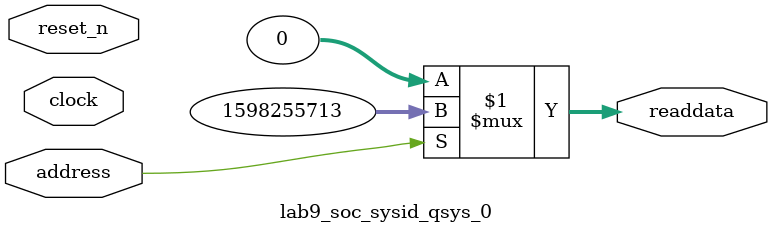
<source format=v>



// synthesis translate_off
`timescale 1ns / 1ps
// synthesis translate_on

// turn off superfluous verilog processor warnings 
// altera message_level Level1 
// altera message_off 10034 10035 10036 10037 10230 10240 10030 

module lab9_soc_sysid_qsys_0 (
               // inputs:
                address,
                clock,
                reset_n,

               // outputs:
                readdata
             )
;

  output  [ 31: 0] readdata;
  input            address;
  input            clock;
  input            reset_n;

  wire    [ 31: 0] readdata;
  //control_slave, which is an e_avalon_slave
  assign readdata = address ? 1598255713 : 0;

endmodule



</source>
